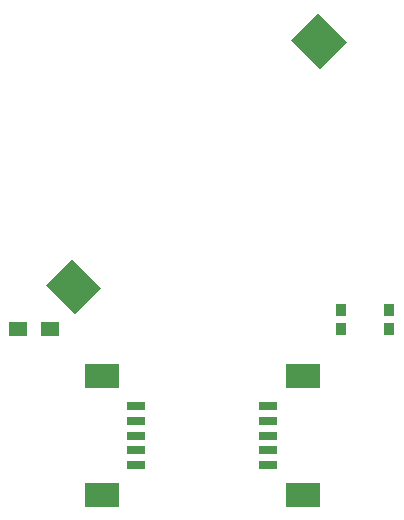
<source format=gbs>
G04 #@! TF.FileFunction,Soldermask,Bot*
%FSLAX46Y46*%
G04 Gerber Fmt 4.6, Leading zero omitted, Abs format (unit mm)*
G04 Created by KiCad (PCBNEW (2014-11-29 BZR 5307)-product) date 2/1/2015 9:55:14 PM*
%MOMM*%
G01*
G04 APERTURE LIST*
%ADD10C,0.150000*%
%ADD11R,1.600000X0.800000*%
%ADD12R,3.000000X2.100000*%
%ADD13R,1.500000X1.300000*%
%ADD14R,0.900000X1.000000*%
G04 APERTURE END LIST*
D10*
D11*
X118100000Y-124000000D03*
X118100000Y-125250000D03*
X118100000Y-126500000D03*
X118100000Y-127750000D03*
X118100000Y-129000000D03*
D12*
X121000000Y-121450000D03*
X121000000Y-131550000D03*
D10*
G36*
X101711596Y-116263278D02*
X99236722Y-113788404D01*
X101499464Y-111525662D01*
X103974338Y-114000536D01*
X101711596Y-116263278D01*
X101711596Y-116263278D01*
G37*
G36*
X122500536Y-95474338D02*
X120025662Y-92999464D01*
X122288404Y-90736722D01*
X124763278Y-93211596D01*
X122500536Y-95474338D01*
X122500536Y-95474338D01*
G37*
D13*
X96950000Y-117500000D03*
X99650000Y-117500000D03*
D14*
X124250000Y-117450000D03*
X128350000Y-117450000D03*
X124250000Y-115850000D03*
X128350000Y-115850000D03*
D11*
X106900000Y-129000000D03*
X106900000Y-127750000D03*
X106900000Y-126500000D03*
X106900000Y-125250000D03*
X106900000Y-124000000D03*
D12*
X104000000Y-131550000D03*
X104000000Y-121450000D03*
M02*

</source>
